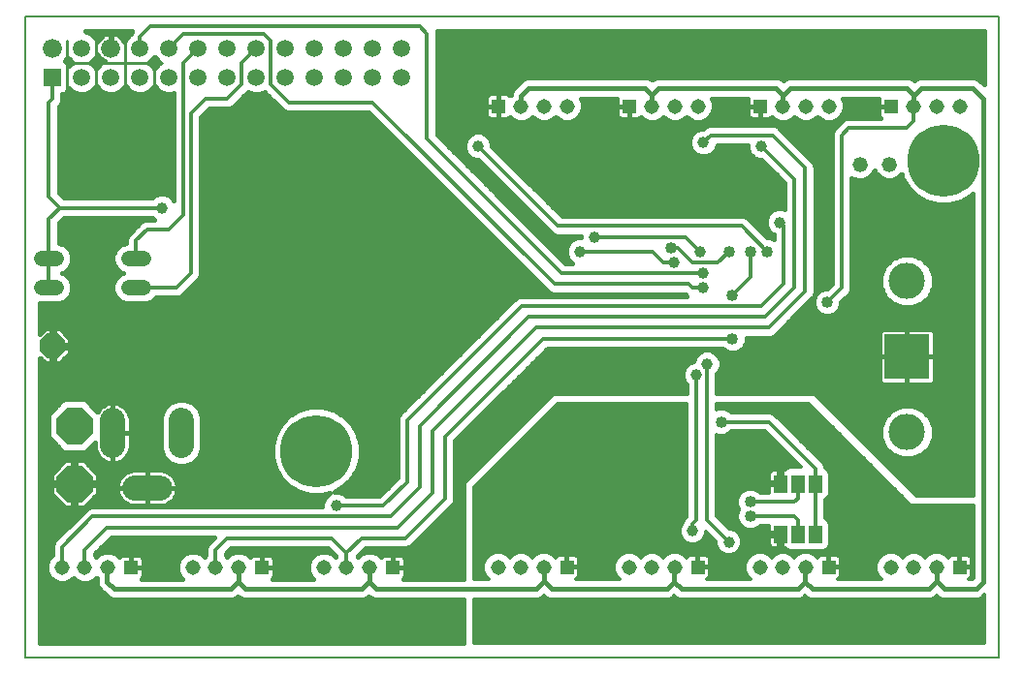
<source format=gbl>
G75*
G70*
%OFA0B0*%
%FSLAX24Y24*%
%IPPOS*%
%LPD*%
%AMOC8*
5,1,8,0,0,1.08239X$1,22.5*
%
%ADD10C,0.0050*%
%ADD11R,0.0594X0.0594*%
%ADD12C,0.0660*%
%ADD13C,0.0594*%
%ADD14C,0.0000*%
%ADD15C,0.0520*%
%ADD16R,0.1560X0.1560*%
%ADD17C,0.1250*%
%ADD18C,0.0860*%
%ADD19C,0.0520*%
%ADD20R,0.0515X0.0515*%
%ADD21C,0.0515*%
%ADD22OC8,0.0850*%
%ADD23OC8,0.1250*%
%ADD24R,0.0460X0.0630*%
%ADD25C,0.0100*%
%ADD26C,0.0160*%
%ADD27C,0.0396*%
%ADD28C,0.0120*%
%ADD29C,0.0400*%
%ADD30C,0.2480*%
D10*
X000157Y000401D02*
X000157Y022448D01*
X033622Y022448D01*
X033622Y000401D01*
X000157Y000401D01*
D11*
X001102Y020371D03*
D12*
X001102Y021371D03*
X003102Y021371D03*
D13*
X004102Y021371D03*
X005102Y021371D03*
X006102Y021371D03*
X007102Y021371D03*
X008102Y021371D03*
X009102Y021371D03*
X010102Y021371D03*
X011102Y021371D03*
X012102Y021371D03*
X013102Y021371D03*
X013102Y020371D03*
X012102Y020371D03*
X011102Y020371D03*
X010102Y020371D03*
X009102Y020371D03*
X008102Y020371D03*
X007102Y020371D03*
X006102Y020371D03*
X005102Y020371D03*
X004102Y020371D03*
X003102Y020371D03*
X002102Y020371D03*
X002102Y021371D03*
D14*
X009573Y007496D02*
X009575Y007544D01*
X009581Y007592D01*
X009591Y007639D01*
X009604Y007685D01*
X009622Y007730D01*
X009642Y007774D01*
X009667Y007816D01*
X009695Y007855D01*
X009725Y007892D01*
X009759Y007926D01*
X009796Y007958D01*
X009834Y007987D01*
X009875Y008012D01*
X009918Y008034D01*
X009963Y008052D01*
X010009Y008066D01*
X010056Y008077D01*
X010104Y008084D01*
X010152Y008087D01*
X010200Y008086D01*
X010248Y008081D01*
X010296Y008072D01*
X010342Y008060D01*
X010387Y008043D01*
X010431Y008023D01*
X010473Y008000D01*
X010513Y007973D01*
X010551Y007943D01*
X010586Y007910D01*
X010618Y007874D01*
X010648Y007836D01*
X010674Y007795D01*
X010696Y007752D01*
X010716Y007708D01*
X010731Y007663D01*
X010743Y007616D01*
X010751Y007568D01*
X010755Y007520D01*
X010755Y007472D01*
X010751Y007424D01*
X010743Y007376D01*
X010731Y007329D01*
X010716Y007284D01*
X010696Y007240D01*
X010674Y007197D01*
X010648Y007156D01*
X010618Y007118D01*
X010586Y007082D01*
X010551Y007049D01*
X010513Y007019D01*
X010473Y006992D01*
X010431Y006969D01*
X010387Y006949D01*
X010342Y006932D01*
X010296Y006920D01*
X010248Y006911D01*
X010200Y006906D01*
X010152Y006905D01*
X010104Y006908D01*
X010056Y006915D01*
X010009Y006926D01*
X009963Y006940D01*
X009918Y006958D01*
X009875Y006980D01*
X009834Y007005D01*
X009796Y007034D01*
X009759Y007066D01*
X009725Y007100D01*
X009695Y007137D01*
X009667Y007176D01*
X009642Y007218D01*
X009622Y007262D01*
X009604Y007307D01*
X009591Y007353D01*
X009581Y007400D01*
X009575Y007448D01*
X009573Y007496D01*
X031136Y017496D02*
X031138Y017544D01*
X031144Y017592D01*
X031154Y017639D01*
X031167Y017685D01*
X031185Y017730D01*
X031205Y017774D01*
X031230Y017816D01*
X031258Y017855D01*
X031288Y017892D01*
X031322Y017926D01*
X031359Y017958D01*
X031397Y017987D01*
X031438Y018012D01*
X031481Y018034D01*
X031526Y018052D01*
X031572Y018066D01*
X031619Y018077D01*
X031667Y018084D01*
X031715Y018087D01*
X031763Y018086D01*
X031811Y018081D01*
X031859Y018072D01*
X031905Y018060D01*
X031950Y018043D01*
X031994Y018023D01*
X032036Y018000D01*
X032076Y017973D01*
X032114Y017943D01*
X032149Y017910D01*
X032181Y017874D01*
X032211Y017836D01*
X032237Y017795D01*
X032259Y017752D01*
X032279Y017708D01*
X032294Y017663D01*
X032306Y017616D01*
X032314Y017568D01*
X032318Y017520D01*
X032318Y017472D01*
X032314Y017424D01*
X032306Y017376D01*
X032294Y017329D01*
X032279Y017284D01*
X032259Y017240D01*
X032237Y017197D01*
X032211Y017156D01*
X032181Y017118D01*
X032149Y017082D01*
X032114Y017049D01*
X032076Y017019D01*
X032036Y016992D01*
X031994Y016969D01*
X031950Y016949D01*
X031905Y016932D01*
X031859Y016920D01*
X031811Y016911D01*
X031763Y016906D01*
X031715Y016905D01*
X031667Y016908D01*
X031619Y016915D01*
X031572Y016926D01*
X031526Y016940D01*
X031481Y016958D01*
X031438Y016980D01*
X031397Y017005D01*
X031359Y017034D01*
X031322Y017066D01*
X031288Y017100D01*
X031258Y017137D01*
X031230Y017176D01*
X031205Y017218D01*
X031185Y017262D01*
X031167Y017307D01*
X031154Y017353D01*
X031144Y017400D01*
X031138Y017448D01*
X031136Y017496D01*
D15*
X029852Y017371D03*
X028852Y017371D03*
D16*
X030477Y010746D03*
D17*
X030477Y008146D03*
X030477Y013346D03*
D18*
X005533Y008551D02*
X005533Y007691D01*
X004782Y006232D02*
X003922Y006232D01*
X003171Y007691D02*
X003171Y008551D01*
D19*
X003717Y013121D02*
X004237Y013121D01*
X004237Y014121D02*
X003717Y014121D01*
X001237Y014121D02*
X000717Y014121D01*
X000717Y013121D02*
X001237Y013121D01*
D20*
X003783Y003496D03*
X008283Y003496D03*
X012783Y003496D03*
X018783Y003496D03*
X023283Y003496D03*
X027783Y003496D03*
X032283Y003496D03*
X029921Y019371D03*
X025421Y019371D03*
X020921Y019371D03*
X016421Y019371D03*
D21*
X017208Y019371D03*
X017996Y019371D03*
X018783Y019371D03*
X021708Y019371D03*
X022496Y019371D03*
X023283Y019371D03*
X026208Y019371D03*
X026996Y019371D03*
X027783Y019371D03*
X030708Y019371D03*
X031496Y019371D03*
X032283Y019371D03*
X031496Y003496D03*
X030708Y003496D03*
X029921Y003496D03*
X026996Y003496D03*
X026208Y003496D03*
X025421Y003496D03*
X022496Y003496D03*
X021708Y003496D03*
X020921Y003496D03*
X017996Y003496D03*
X017208Y003496D03*
X016421Y003496D03*
X011996Y003496D03*
X011208Y003496D03*
X010421Y003496D03*
X007496Y003496D03*
X006708Y003496D03*
X005921Y003496D03*
X002996Y003496D03*
X002208Y003496D03*
X001421Y003496D03*
D22*
X001102Y011121D03*
D23*
X001852Y008371D03*
X001852Y006371D03*
D24*
X026127Y006371D03*
X026727Y006371D03*
X027327Y006371D03*
X027327Y004621D03*
X026727Y004621D03*
X026127Y004621D03*
D25*
X004602Y019996D02*
X004602Y020871D01*
X002602Y020871D01*
X002602Y021621D01*
X002602Y020871D02*
X001602Y020871D01*
X001602Y021621D02*
X001602Y019996D01*
X002602Y019996D02*
X002602Y020871D01*
X003602Y021621D02*
X003602Y019996D01*
X004602Y020871D02*
X004852Y020871D01*
D26*
X004802Y020871D02*
X004775Y020860D01*
X004613Y020698D01*
X004602Y020672D01*
X004591Y020698D01*
X004429Y020860D01*
X004402Y020871D01*
X004429Y020882D01*
X004591Y021045D01*
X004602Y021071D01*
X004613Y021045D01*
X004775Y020882D01*
X004802Y020871D01*
X004733Y020818D02*
X004471Y020818D01*
X004523Y020976D02*
X004681Y020976D01*
X003775Y021860D02*
X003613Y021698D01*
X003566Y021584D01*
X003538Y021639D01*
X003491Y021704D01*
X003434Y021760D01*
X003369Y021808D01*
X003298Y021844D01*
X003221Y021869D01*
X003142Y021881D01*
X003120Y021881D01*
X003120Y021390D01*
X003084Y021390D01*
X003084Y021881D01*
X003062Y021881D01*
X002983Y021869D01*
X002906Y021844D01*
X002835Y021808D01*
X002770Y021760D01*
X002713Y021704D01*
X002666Y021639D01*
X002638Y021584D01*
X002591Y021698D01*
X002429Y021860D01*
X002229Y021943D01*
X003818Y021943D01*
X003814Y021939D01*
X003782Y021863D01*
X003775Y021860D01*
X003809Y021927D02*
X002267Y021927D01*
X002520Y021769D02*
X002781Y021769D01*
X002651Y021610D02*
X002627Y021610D01*
X002638Y021158D02*
X002666Y021104D01*
X002713Y021039D01*
X002770Y020982D01*
X002835Y020935D01*
X002889Y020908D01*
X002775Y020860D01*
X002613Y020698D01*
X002602Y020672D01*
X002591Y020698D01*
X002429Y020860D01*
X002402Y020871D01*
X002429Y020882D01*
X002591Y021045D01*
X002638Y021158D01*
X002628Y021135D02*
X002650Y021135D01*
X002523Y020976D02*
X002778Y020976D01*
X002733Y020818D02*
X002471Y020818D01*
X001802Y020871D02*
X001775Y020860D01*
X001667Y020752D01*
X001636Y020827D01*
X001557Y020906D01*
X001516Y020923D01*
X001619Y021026D01*
X001623Y021035D01*
X001775Y020882D01*
X001802Y020871D01*
X001733Y020818D02*
X001640Y020818D01*
X001681Y020976D02*
X001570Y020976D01*
X001667Y019991D02*
X001775Y019882D01*
X001987Y019795D01*
X002217Y019795D01*
X002429Y019882D01*
X002591Y020045D01*
X002602Y020071D01*
X002613Y020045D01*
X002775Y019882D01*
X002987Y019795D01*
X003217Y019795D01*
X003429Y019882D01*
X003591Y020045D01*
X003602Y020071D01*
X003613Y020045D01*
X003775Y019882D01*
X003987Y019795D01*
X004217Y019795D01*
X004429Y019882D01*
X004591Y020045D01*
X004602Y020071D01*
X004613Y020045D01*
X004775Y019882D01*
X004987Y019795D01*
X005217Y019795D01*
X005262Y019813D01*
X005262Y016131D01*
X005257Y016142D01*
X005123Y016277D01*
X004947Y016350D01*
X004757Y016350D01*
X004581Y016277D01*
X004516Y016211D01*
X001493Y016211D01*
X001317Y016387D01*
X001317Y019356D01*
X001390Y019429D01*
X001442Y019554D01*
X001442Y019795D01*
X001455Y019795D01*
X001557Y019837D01*
X001636Y019916D01*
X001667Y019991D01*
X001587Y019867D02*
X001812Y019867D01*
X001442Y019708D02*
X005262Y019708D01*
X005262Y019550D02*
X001440Y019550D01*
X001353Y019391D02*
X005262Y019391D01*
X005262Y019233D02*
X001317Y019233D01*
X001317Y019074D02*
X005262Y019074D01*
X005262Y018916D02*
X001317Y018916D01*
X001317Y018757D02*
X005262Y018757D01*
X005262Y018599D02*
X001317Y018599D01*
X001317Y018440D02*
X005262Y018440D01*
X005262Y018282D02*
X001317Y018282D01*
X001317Y018123D02*
X005262Y018123D01*
X005262Y017965D02*
X001317Y017965D01*
X001317Y017806D02*
X005262Y017806D01*
X005262Y017648D02*
X001317Y017648D01*
X001317Y017489D02*
X005262Y017489D01*
X005262Y017331D02*
X001317Y017331D01*
X001317Y017172D02*
X005262Y017172D01*
X005262Y017014D02*
X001317Y017014D01*
X001317Y016855D02*
X005262Y016855D01*
X005262Y016697D02*
X001317Y016697D01*
X001317Y016538D02*
X005262Y016538D01*
X005262Y016380D02*
X001324Y016380D01*
X001483Y016221D02*
X004526Y016221D01*
X005178Y016221D02*
X005262Y016221D01*
X006192Y016221D02*
X014896Y016221D01*
X015055Y016063D02*
X006192Y016063D01*
X006192Y015904D02*
X015213Y015904D01*
X015372Y015746D02*
X006192Y015746D01*
X006192Y015587D02*
X015530Y015587D01*
X015689Y015429D02*
X006192Y015429D01*
X006192Y015270D02*
X015847Y015270D01*
X016006Y015112D02*
X006192Y015112D01*
X006192Y014953D02*
X016164Y014953D01*
X016323Y014795D02*
X006192Y014795D01*
X006192Y014636D02*
X016481Y014636D01*
X016640Y014478D02*
X006192Y014478D01*
X006192Y014319D02*
X016798Y014319D01*
X016957Y014161D02*
X006192Y014161D01*
X006192Y014002D02*
X017115Y014002D01*
X017274Y013844D02*
X006192Y013844D01*
X006192Y013685D02*
X017432Y013685D01*
X017591Y013527D02*
X006181Y013527D01*
X006192Y013554D02*
X006192Y018981D01*
X006493Y019281D01*
X007170Y019281D01*
X007295Y019333D01*
X007390Y019429D01*
X007824Y019862D01*
X007987Y019795D01*
X008217Y019795D01*
X008380Y019862D01*
X008409Y019833D01*
X009034Y019208D01*
X009159Y019156D01*
X011961Y019156D01*
X018159Y012958D01*
X018284Y012906D01*
X022836Y012906D01*
X022906Y012836D01*
X017159Y012836D01*
X017034Y012785D01*
X016939Y012689D01*
X013001Y008752D01*
X012949Y008627D01*
X012949Y006575D01*
X012336Y005961D01*
X011188Y005961D01*
X011123Y006027D01*
X010947Y006100D01*
X010785Y006100D01*
X011098Y006280D01*
X011381Y006563D01*
X011581Y006910D01*
X011685Y007296D01*
X011685Y007697D01*
X011581Y008083D01*
X011381Y008430D01*
X011098Y008713D01*
X010751Y008913D01*
X010365Y009017D01*
X009964Y009017D01*
X009578Y008913D01*
X009231Y008713D01*
X008948Y008430D01*
X008748Y008083D01*
X008644Y007697D01*
X008644Y007296D01*
X008748Y006910D01*
X008948Y006563D01*
X009231Y006280D01*
X009578Y006080D01*
X009964Y005976D01*
X010365Y005976D01*
X010633Y006048D01*
X010581Y006027D01*
X010447Y005892D01*
X010374Y005717D01*
X010374Y005586D01*
X002409Y005586D01*
X002284Y005535D01*
X002189Y005439D01*
X001133Y004383D01*
X001081Y004258D01*
X001081Y003917D01*
X000965Y003801D01*
X000883Y003603D01*
X000883Y003390D01*
X000965Y003192D01*
X001116Y003041D01*
X001314Y002959D01*
X001528Y002959D01*
X001725Y003041D01*
X001815Y003130D01*
X001904Y003041D01*
X002101Y002959D01*
X002315Y002959D01*
X002513Y003041D01*
X002602Y003130D01*
X002617Y003115D01*
X002617Y002925D01*
X002672Y002793D01*
X003023Y002441D01*
X003155Y002386D01*
X007299Y002386D01*
X007431Y002441D01*
X007477Y002487D01*
X007523Y002441D01*
X007655Y002386D01*
X011799Y002386D01*
X011931Y002441D01*
X011977Y002487D01*
X012023Y002441D01*
X012155Y002386D01*
X015227Y002386D01*
X015227Y000906D01*
X000662Y000906D01*
X000662Y010706D01*
X000851Y010516D01*
X001052Y010516D01*
X001052Y011071D01*
X001152Y011071D01*
X001152Y010516D01*
X001353Y010516D01*
X001707Y010871D01*
X001707Y011071D01*
X001152Y011071D01*
X001152Y011171D01*
X001707Y011171D01*
X001707Y011372D01*
X001353Y011726D01*
X001152Y011726D01*
X001152Y011171D01*
X001052Y011171D01*
X001052Y011726D01*
X000851Y011726D01*
X000662Y011537D01*
X000662Y012581D01*
X001344Y012581D01*
X001543Y012664D01*
X001695Y012816D01*
X001777Y013014D01*
X001777Y013229D01*
X001695Y013427D01*
X001543Y013579D01*
X001441Y013621D01*
X001543Y013664D01*
X001695Y013816D01*
X001777Y014014D01*
X001777Y014229D01*
X001695Y014427D01*
X001543Y014579D01*
X001344Y014661D01*
X001317Y014661D01*
X001317Y015356D01*
X001493Y015531D01*
X004516Y015531D01*
X004581Y015466D01*
X004592Y015461D01*
X004284Y015461D01*
X004159Y015410D01*
X004064Y015314D01*
X003689Y014939D01*
X003637Y014814D01*
X003637Y014661D01*
X003610Y014661D01*
X003411Y014579D01*
X003259Y014427D01*
X003177Y014229D01*
X003177Y014014D01*
X003259Y013816D01*
X003411Y013664D01*
X003513Y013621D01*
X003411Y013579D01*
X003259Y013427D01*
X003177Y013229D01*
X003177Y013014D01*
X003259Y012816D01*
X003411Y012664D01*
X003610Y012581D01*
X004344Y012581D01*
X004543Y012664D01*
X004661Y012781D01*
X005420Y012781D01*
X005545Y012833D01*
X005640Y012929D01*
X006140Y013429D01*
X006192Y013554D01*
X006080Y013368D02*
X017749Y013368D01*
X017908Y013210D02*
X005921Y013210D01*
X005763Y013051D02*
X018066Y013051D01*
X016984Y012734D02*
X004614Y012734D01*
X005604Y012893D02*
X022850Y012893D01*
X024957Y011406D02*
X025795Y011406D01*
X025920Y011458D01*
X027170Y012708D01*
X027265Y012804D01*
X027317Y012929D01*
X027317Y017314D01*
X027265Y017439D01*
X026140Y018564D01*
X026045Y018660D01*
X025920Y018711D01*
X023659Y018711D01*
X023534Y018660D01*
X023474Y018600D01*
X023382Y018600D01*
X023206Y018527D01*
X023072Y018392D01*
X022999Y018217D01*
X022999Y018026D01*
X023072Y017851D01*
X023206Y017716D01*
X023382Y017643D01*
X023572Y017643D01*
X023748Y017716D01*
X023882Y017851D01*
X023955Y018026D01*
X023955Y018031D01*
X024999Y018031D01*
X024999Y017901D01*
X025072Y017726D01*
X025206Y017591D01*
X025382Y017518D01*
X025474Y017518D01*
X026262Y016731D01*
X026262Y015823D01*
X026197Y015850D01*
X026007Y015850D01*
X025831Y015777D01*
X025697Y015642D01*
X025624Y015467D01*
X025624Y015276D01*
X025697Y015101D01*
X025831Y014966D01*
X025887Y014943D01*
X025887Y014799D01*
X025760Y014851D01*
X025665Y014851D01*
X024982Y015535D01*
X024857Y015586D01*
X018618Y015586D01*
X016205Y017999D01*
X016205Y018092D01*
X016132Y018267D01*
X015998Y018402D01*
X015822Y018475D01*
X015632Y018475D01*
X015456Y018402D01*
X015322Y018267D01*
X015249Y018092D01*
X015249Y017901D01*
X015322Y017726D01*
X015456Y017591D01*
X015632Y017518D01*
X015724Y017518D01*
X018189Y015054D01*
X018284Y014958D01*
X018409Y014906D01*
X019249Y014906D01*
X019249Y014850D01*
X019132Y014850D01*
X018956Y014777D01*
X018822Y014642D01*
X018749Y014467D01*
X018749Y014276D01*
X018822Y014101D01*
X018956Y013966D01*
X018967Y013961D01*
X018743Y013961D01*
X014317Y018387D01*
X014317Y021939D01*
X014315Y021943D01*
X033117Y021943D01*
X033117Y020116D01*
X032931Y020302D01*
X032799Y020356D01*
X030905Y020356D01*
X030773Y020302D01*
X030727Y020256D01*
X030681Y020302D01*
X030549Y020356D01*
X026405Y020356D01*
X026273Y020302D01*
X026227Y020256D01*
X026181Y020302D01*
X026049Y020356D01*
X021868Y020356D01*
X021736Y020302D01*
X021708Y020274D01*
X021681Y020302D01*
X021549Y020356D01*
X017405Y020356D01*
X017273Y020302D01*
X017172Y020200D01*
X016903Y019932D01*
X016848Y019799D01*
X016848Y019772D01*
X016819Y019743D01*
X016789Y019773D01*
X016748Y019797D01*
X016702Y019809D01*
X016421Y019809D01*
X016421Y019371D01*
X016421Y018934D01*
X016702Y018934D01*
X016748Y018946D01*
X016789Y018970D01*
X016819Y019000D01*
X016904Y018916D01*
X017101Y018834D01*
X017315Y018834D01*
X017513Y018916D01*
X017691Y018916D01*
X017889Y018834D01*
X018103Y018834D01*
X018300Y018916D01*
X018389Y019005D01*
X018479Y018916D01*
X018676Y018834D01*
X018890Y018834D01*
X019088Y018916D01*
X021404Y018916D01*
X021601Y018834D01*
X021815Y018834D01*
X022013Y018916D01*
X022191Y018916D01*
X022389Y018834D01*
X022603Y018834D01*
X022800Y018916D01*
X022889Y019005D01*
X022979Y018916D01*
X023176Y018834D01*
X023390Y018834D01*
X023588Y018916D01*
X025904Y018916D01*
X026101Y018834D01*
X026315Y018834D01*
X026513Y018916D01*
X026691Y018916D01*
X026889Y018834D01*
X027103Y018834D01*
X027300Y018916D01*
X027389Y019005D01*
X027479Y018916D01*
X027676Y018834D01*
X027890Y018834D01*
X028088Y018916D01*
X028300Y018916D01*
X028284Y018910D02*
X028034Y018660D01*
X027939Y018564D01*
X027887Y018439D01*
X027887Y013262D01*
X027726Y013101D01*
X027631Y013101D01*
X027455Y013028D01*
X027320Y012893D01*
X027302Y012893D01*
X027320Y012893D02*
X027247Y012717D01*
X027247Y012526D01*
X027320Y012350D01*
X027455Y012215D01*
X027631Y012141D01*
X027822Y012141D01*
X027999Y012215D01*
X028134Y012350D01*
X028207Y012526D01*
X028207Y012621D01*
X028515Y012929D01*
X028567Y013054D01*
X028567Y016905D01*
X028745Y016831D01*
X028959Y016831D01*
X029158Y016914D01*
X029310Y017066D01*
X029352Y017167D01*
X029394Y017066D01*
X029546Y016914D01*
X029745Y016831D01*
X029959Y016831D01*
X030158Y016914D01*
X030277Y017033D01*
X030310Y016910D01*
X030511Y016563D01*
X030794Y016280D01*
X031140Y016080D01*
X031527Y015976D01*
X031927Y015976D01*
X032314Y016080D01*
X032660Y016280D01*
X032742Y016362D01*
X032742Y005996D01*
X030789Y005996D01*
X027289Y009496D01*
X023942Y009496D01*
X023942Y010160D01*
X024007Y010226D01*
X024080Y010401D01*
X024080Y010592D01*
X024007Y010767D01*
X023873Y010902D01*
X023697Y010975D01*
X023507Y010975D01*
X023331Y010902D01*
X023197Y010767D01*
X023126Y010597D01*
X022956Y010527D01*
X022822Y010392D01*
X022749Y010217D01*
X022749Y010026D01*
X022822Y009851D01*
X022887Y009785D01*
X022887Y009496D01*
X018289Y009496D01*
X015227Y006434D01*
X015227Y003106D01*
X013163Y003106D01*
X013185Y003128D01*
X013208Y003169D01*
X013221Y003215D01*
X013221Y003496D01*
X012783Y003496D01*
X012783Y003496D01*
X013221Y003496D01*
X013221Y003778D01*
X013208Y003823D01*
X013185Y003864D01*
X013151Y003898D01*
X013110Y003922D01*
X013064Y003934D01*
X012783Y003934D01*
X012502Y003934D01*
X012456Y003922D01*
X012415Y003898D01*
X012385Y003868D01*
X012300Y003952D01*
X012103Y004034D01*
X011889Y004034D01*
X011691Y003952D01*
X011602Y003863D01*
X011588Y003877D01*
X011868Y004156D01*
X013295Y004156D01*
X013420Y004208D01*
X014795Y005583D01*
X014890Y005679D01*
X014942Y005804D01*
X014942Y007856D01*
X018118Y011031D01*
X024138Y011031D01*
X024205Y010965D01*
X024381Y010891D01*
X024572Y010891D01*
X024749Y010965D01*
X024884Y011100D01*
X024957Y011276D01*
X024957Y011406D01*
X024957Y011308D02*
X029517Y011308D01*
X029517Y011466D02*
X025928Y011466D01*
X026086Y011625D02*
X029546Y011625D01*
X029553Y011637D02*
X029529Y011596D01*
X029517Y011550D01*
X029517Y010746D01*
X029517Y009943D01*
X029529Y009897D01*
X029553Y009856D01*
X029586Y009822D01*
X029627Y009799D01*
X029673Y009786D01*
X030477Y009786D01*
X031281Y009786D01*
X031326Y009799D01*
X031367Y009822D01*
X031401Y009856D01*
X031425Y009897D01*
X031437Y009943D01*
X031437Y010746D01*
X030477Y010746D01*
X030477Y009786D01*
X030477Y010746D01*
X030477Y010746D01*
X030477Y010746D01*
X029517Y010746D01*
X030477Y010746D01*
X030477Y010746D01*
X031437Y010746D01*
X031437Y011550D01*
X031425Y011596D01*
X031401Y011637D01*
X031367Y011670D01*
X031326Y011694D01*
X031281Y011706D01*
X030477Y011706D01*
X030477Y010746D01*
X030477Y010746D01*
X030477Y011706D01*
X029673Y011706D01*
X029627Y011694D01*
X029586Y011670D01*
X029553Y011637D01*
X029517Y011149D02*
X024905Y011149D01*
X024775Y010991D02*
X029517Y010991D01*
X029517Y010832D02*
X023942Y010832D01*
X024046Y010674D02*
X029517Y010674D01*
X029517Y010515D02*
X024080Y010515D01*
X024062Y010357D02*
X029517Y010357D01*
X029517Y010198D02*
X023980Y010198D01*
X023942Y010040D02*
X029517Y010040D01*
X029538Y009881D02*
X023942Y009881D01*
X023942Y009723D02*
X032742Y009723D01*
X032742Y009881D02*
X031416Y009881D01*
X031437Y010040D02*
X032742Y010040D01*
X032742Y010198D02*
X031437Y010198D01*
X031437Y010357D02*
X032742Y010357D01*
X032742Y010515D02*
X031437Y010515D01*
X031437Y010674D02*
X032742Y010674D01*
X032742Y010832D02*
X031437Y010832D01*
X031437Y010991D02*
X032742Y010991D01*
X032742Y011149D02*
X031437Y011149D01*
X031437Y011308D02*
X032742Y011308D01*
X032742Y011466D02*
X031437Y011466D01*
X031408Y011625D02*
X032742Y011625D01*
X032742Y011783D02*
X026245Y011783D01*
X026403Y011942D02*
X032742Y011942D01*
X032742Y012100D02*
X026562Y012100D01*
X026720Y012259D02*
X027411Y012259D01*
X027292Y012417D02*
X026879Y012417D01*
X027037Y012576D02*
X027247Y012576D01*
X027254Y012734D02*
X027196Y012734D01*
X027317Y013051D02*
X027511Y013051D01*
X027317Y013210D02*
X027835Y013210D01*
X027887Y013368D02*
X027317Y013368D01*
X027317Y013527D02*
X027887Y013527D01*
X027887Y013685D02*
X027317Y013685D01*
X027317Y013844D02*
X027887Y013844D01*
X027887Y014002D02*
X027317Y014002D01*
X027317Y014161D02*
X027887Y014161D01*
X027887Y014319D02*
X027317Y014319D01*
X027317Y014478D02*
X027887Y014478D01*
X027887Y014636D02*
X027317Y014636D01*
X027317Y014795D02*
X027887Y014795D01*
X027887Y014953D02*
X027317Y014953D01*
X027317Y015112D02*
X027887Y015112D01*
X027887Y015270D02*
X027317Y015270D01*
X027317Y015429D02*
X027887Y015429D01*
X027887Y015587D02*
X027317Y015587D01*
X027317Y015746D02*
X027887Y015746D01*
X027887Y015904D02*
X027317Y015904D01*
X027317Y016063D02*
X027887Y016063D01*
X027887Y016221D02*
X027317Y016221D01*
X027317Y016380D02*
X027887Y016380D01*
X027887Y016538D02*
X027317Y016538D01*
X027317Y016697D02*
X027887Y016697D01*
X027887Y016855D02*
X027317Y016855D01*
X027317Y017014D02*
X027887Y017014D01*
X027887Y017172D02*
X027317Y017172D01*
X027310Y017331D02*
X027887Y017331D01*
X027887Y017489D02*
X027215Y017489D01*
X027056Y017648D02*
X027887Y017648D01*
X027887Y017806D02*
X026898Y017806D01*
X026739Y017965D02*
X027887Y017965D01*
X027887Y018123D02*
X026581Y018123D01*
X026422Y018282D02*
X027887Y018282D01*
X027888Y018440D02*
X026264Y018440D01*
X026105Y018599D02*
X027974Y018599D01*
X028132Y018757D02*
X014317Y018757D01*
X014317Y018599D02*
X023380Y018599D01*
X023120Y018440D02*
X015904Y018440D01*
X016118Y018282D02*
X023026Y018282D01*
X022999Y018123D02*
X016192Y018123D01*
X016239Y017965D02*
X023024Y017965D01*
X023116Y017806D02*
X016398Y017806D01*
X016556Y017648D02*
X023371Y017648D01*
X023583Y017648D02*
X025149Y017648D01*
X025038Y017806D02*
X023838Y017806D01*
X023930Y017965D02*
X024999Y017965D01*
X025503Y017489D02*
X016715Y017489D01*
X016873Y017331D02*
X025662Y017331D01*
X025820Y017172D02*
X017032Y017172D01*
X017190Y017014D02*
X025979Y017014D01*
X026137Y016855D02*
X017349Y016855D01*
X017507Y016697D02*
X026262Y016697D01*
X026262Y016538D02*
X017666Y016538D01*
X017824Y016380D02*
X026262Y016380D01*
X026262Y016221D02*
X017983Y016221D01*
X018141Y016063D02*
X026262Y016063D01*
X026262Y015904D02*
X018300Y015904D01*
X018458Y015746D02*
X025800Y015746D01*
X025674Y015587D02*
X018617Y015587D01*
X018131Y015112D02*
X017592Y015112D01*
X017434Y015270D02*
X017972Y015270D01*
X017814Y015429D02*
X017275Y015429D01*
X017117Y015587D02*
X017655Y015587D01*
X017497Y015746D02*
X016958Y015746D01*
X016800Y015904D02*
X017338Y015904D01*
X017180Y016063D02*
X016641Y016063D01*
X016483Y016221D02*
X017021Y016221D01*
X016863Y016380D02*
X016324Y016380D01*
X016166Y016538D02*
X016704Y016538D01*
X016546Y016697D02*
X016007Y016697D01*
X015849Y016855D02*
X016387Y016855D01*
X016229Y017014D02*
X015690Y017014D01*
X015532Y017172D02*
X016070Y017172D01*
X015912Y017331D02*
X015373Y017331D01*
X015215Y017489D02*
X015753Y017489D01*
X015399Y017648D02*
X015056Y017648D01*
X014898Y017806D02*
X015288Y017806D01*
X015249Y017965D02*
X014739Y017965D01*
X014581Y018123D02*
X015262Y018123D01*
X015336Y018282D02*
X014422Y018282D01*
X014317Y018440D02*
X015550Y018440D01*
X016053Y018970D02*
X016094Y018946D01*
X016140Y018934D01*
X016421Y018934D01*
X016421Y019371D01*
X016421Y019371D01*
X015983Y019371D01*
X015983Y019090D01*
X015996Y019044D01*
X016019Y019003D01*
X016053Y018970D01*
X015988Y019074D02*
X014317Y019074D01*
X014317Y018916D02*
X016904Y018916D01*
X017513Y018916D02*
X017602Y019005D01*
X017691Y018916D01*
X018300Y018916D02*
X018478Y018916D01*
X019088Y018916D02*
X019239Y019067D01*
X019321Y019265D01*
X019321Y019478D01*
X019255Y019636D01*
X020483Y019636D01*
X020483Y019371D01*
X020483Y019090D01*
X020496Y019044D01*
X020519Y019003D01*
X020553Y018970D01*
X020594Y018946D01*
X020640Y018934D01*
X020921Y018934D01*
X021202Y018934D01*
X021248Y018946D01*
X021289Y018970D01*
X021319Y019000D01*
X021404Y018916D01*
X020921Y018934D02*
X020921Y019371D01*
X020921Y019371D01*
X020921Y018934D01*
X020921Y019074D02*
X020921Y019074D01*
X020921Y019233D02*
X020921Y019233D01*
X020921Y019371D02*
X020483Y019371D01*
X020921Y019371D01*
X020921Y019371D01*
X020483Y019391D02*
X019321Y019391D01*
X019307Y019233D02*
X020483Y019233D01*
X020488Y019074D02*
X019242Y019074D01*
X019291Y019550D02*
X020483Y019550D01*
X021477Y019996D02*
X021708Y019765D01*
X021940Y019996D01*
X025977Y019996D01*
X026208Y019765D01*
X026208Y019728D01*
X026477Y019996D01*
X030477Y019996D01*
X030708Y019765D01*
X030708Y019371D01*
X030708Y019728D01*
X030977Y019996D01*
X032727Y019996D01*
X033102Y019621D01*
X033102Y002996D01*
X032852Y002746D01*
X031764Y002746D01*
X031496Y003015D01*
X031227Y002746D01*
X027227Y002746D01*
X026977Y002996D01*
X026727Y002746D01*
X022727Y002746D01*
X022477Y002996D01*
X022227Y002746D01*
X018264Y002746D01*
X017996Y003015D01*
X017727Y002746D01*
X012227Y002746D01*
X011996Y002978D01*
X011996Y003496D01*
X011996Y003015D01*
X011727Y002746D01*
X007727Y002746D01*
X007496Y002978D01*
X007496Y003496D01*
X007496Y003015D01*
X007227Y002746D01*
X003227Y002746D01*
X002977Y002996D01*
X002977Y003621D01*
X002996Y003496D01*
X002602Y003863D02*
X002548Y003917D01*
X002548Y003962D01*
X003118Y004531D01*
X006656Y004531D01*
X006420Y004295D01*
X006368Y004170D01*
X006368Y003917D01*
X006315Y003863D01*
X006225Y003952D01*
X006028Y004034D01*
X005814Y004034D01*
X005616Y003952D01*
X005465Y003801D01*
X005383Y003603D01*
X005383Y003390D01*
X005465Y003192D01*
X005551Y003106D01*
X004163Y003106D01*
X004185Y003128D01*
X004208Y003169D01*
X004221Y003215D01*
X004221Y003496D01*
X003783Y003496D01*
X003783Y003496D01*
X004221Y003496D01*
X004221Y003778D01*
X004208Y003823D01*
X004185Y003864D01*
X004151Y003898D01*
X004110Y003922D01*
X004064Y003934D01*
X003783Y003934D01*
X003502Y003934D01*
X003456Y003922D01*
X003415Y003898D01*
X003385Y003868D01*
X003300Y003952D01*
X003103Y004034D01*
X002889Y004034D01*
X002691Y003952D01*
X002602Y003863D01*
X002603Y004017D02*
X002848Y004017D01*
X002762Y004175D02*
X006370Y004175D01*
X006368Y004017D02*
X006069Y004017D01*
X005773Y004017D02*
X003144Y004017D01*
X002920Y004334D02*
X006459Y004334D01*
X006617Y004492D02*
X003079Y004492D01*
X003783Y003934D02*
X003783Y003496D01*
X003783Y003496D01*
X003783Y003934D01*
X003783Y003858D02*
X003783Y003858D01*
X003783Y003700D02*
X003783Y003700D01*
X003783Y003541D02*
X003783Y003541D01*
X004221Y003541D02*
X005383Y003541D01*
X005386Y003383D02*
X004221Y003383D01*
X004221Y003224D02*
X005452Y003224D01*
X005423Y003700D02*
X004221Y003700D01*
X004188Y003858D02*
X005523Y003858D01*
X007048Y003917D02*
X007048Y003962D01*
X007243Y004156D01*
X010549Y004156D01*
X010828Y003877D01*
X010815Y003863D01*
X010725Y003952D01*
X010528Y004034D01*
X010314Y004034D01*
X010116Y003952D01*
X009965Y003801D01*
X009883Y003603D01*
X009883Y003390D01*
X009965Y003192D01*
X010051Y003106D01*
X008663Y003106D01*
X008685Y003128D01*
X008708Y003169D01*
X008721Y003215D01*
X008721Y003496D01*
X008283Y003496D01*
X008283Y003496D01*
X008721Y003496D01*
X008721Y003778D01*
X008708Y003823D01*
X008685Y003864D01*
X008651Y003898D01*
X008610Y003922D01*
X008564Y003934D01*
X008283Y003934D01*
X008002Y003934D01*
X007956Y003922D01*
X007915Y003898D01*
X007885Y003868D01*
X007800Y003952D01*
X007603Y004034D01*
X007389Y004034D01*
X007191Y003952D01*
X007102Y003863D01*
X007048Y003917D01*
X007103Y004017D02*
X007348Y004017D01*
X007644Y004017D02*
X010273Y004017D01*
X010569Y004017D02*
X010688Y004017D01*
X010023Y003858D02*
X008688Y003858D01*
X008721Y003700D02*
X009923Y003700D01*
X009883Y003541D02*
X008721Y003541D01*
X008721Y003383D02*
X009886Y003383D01*
X009952Y003224D02*
X008721Y003224D01*
X008283Y003496D02*
X008283Y003496D01*
X008283Y003934D01*
X008283Y003496D01*
X008283Y003541D02*
X008283Y003541D01*
X008283Y003700D02*
X008283Y003700D01*
X008283Y003858D02*
X008283Y003858D01*
X007546Y002432D02*
X007408Y002432D01*
X003046Y002432D02*
X000662Y002432D01*
X000662Y002590D02*
X002874Y002590D01*
X002715Y002749D02*
X000662Y002749D01*
X000662Y002907D02*
X002624Y002907D01*
X002617Y003066D02*
X002538Y003066D01*
X001879Y003066D02*
X001750Y003066D01*
X001091Y003066D02*
X000662Y003066D01*
X000662Y003224D02*
X000952Y003224D01*
X000886Y003383D02*
X000662Y003383D01*
X000662Y003541D02*
X000883Y003541D01*
X000923Y003700D02*
X000662Y003700D01*
X000662Y003858D02*
X001023Y003858D01*
X001081Y004017D02*
X000662Y004017D01*
X000662Y004175D02*
X001081Y004175D01*
X001112Y004334D02*
X000662Y004334D01*
X000662Y004492D02*
X001242Y004492D01*
X001401Y004651D02*
X000662Y004651D01*
X000662Y004809D02*
X001559Y004809D01*
X001718Y004968D02*
X000662Y004968D01*
X000662Y005126D02*
X001876Y005126D01*
X002035Y005285D02*
X000662Y005285D01*
X000662Y005443D02*
X002193Y005443D01*
X002185Y005566D02*
X001902Y005566D01*
X001902Y006321D01*
X001802Y006321D01*
X001802Y005566D01*
X001519Y005566D01*
X001047Y006038D01*
X001047Y006321D01*
X001802Y006321D01*
X001802Y006421D01*
X001047Y006421D01*
X001047Y006705D01*
X001519Y007176D01*
X001802Y007176D01*
X001802Y006421D01*
X001902Y006421D01*
X002657Y006421D01*
X002657Y006705D01*
X002185Y007176D01*
X001902Y007176D01*
X001902Y006421D01*
X001902Y006321D01*
X002657Y006321D01*
X002657Y006038D01*
X002185Y005566D01*
X002221Y005602D02*
X010374Y005602D01*
X010392Y005760D02*
X005171Y005760D01*
X005179Y005766D02*
X005247Y005834D01*
X005304Y005912D01*
X005347Y005998D01*
X005377Y006089D01*
X005392Y006184D01*
X005392Y006232D01*
X005392Y006280D01*
X005377Y006375D01*
X005347Y006466D01*
X005304Y006551D01*
X005247Y006629D01*
X005179Y006697D01*
X005102Y006753D01*
X005016Y006797D01*
X004925Y006827D01*
X004830Y006842D01*
X004352Y006842D01*
X004352Y006232D01*
X004352Y006232D01*
X004352Y006842D01*
X003874Y006842D01*
X003779Y006827D01*
X003688Y006797D01*
X003602Y006753D01*
X003525Y006697D01*
X003457Y006629D01*
X003400Y006551D01*
X003357Y006466D01*
X003327Y006375D01*
X003312Y006280D01*
X003312Y006232D01*
X004352Y006232D01*
X005392Y006232D01*
X004352Y006232D01*
X004352Y006232D01*
X004352Y006232D01*
X003312Y006232D01*
X003312Y006184D01*
X003327Y006089D01*
X003357Y005998D01*
X003400Y005912D01*
X003457Y005834D01*
X003525Y005766D01*
X003602Y005710D01*
X003688Y005666D01*
X003779Y005637D01*
X003874Y005622D01*
X004352Y005622D01*
X004830Y005622D01*
X004925Y005637D01*
X005016Y005666D01*
X005102Y005710D01*
X005179Y005766D01*
X005307Y005919D02*
X010473Y005919D01*
X011000Y006077D02*
X012452Y006077D01*
X012611Y006236D02*
X011022Y006236D01*
X011212Y006394D02*
X012769Y006394D01*
X012928Y006553D02*
X011371Y006553D01*
X011467Y006711D02*
X012949Y006711D01*
X012949Y006870D02*
X011558Y006870D01*
X011613Y007028D02*
X012949Y007028D01*
X012949Y007187D02*
X011655Y007187D01*
X011685Y007345D02*
X012949Y007345D01*
X012949Y007504D02*
X011685Y007504D01*
X011685Y007662D02*
X012949Y007662D01*
X012949Y007821D02*
X011651Y007821D01*
X011609Y007979D02*
X012949Y007979D01*
X012949Y008138D02*
X011549Y008138D01*
X011458Y008296D02*
X012949Y008296D01*
X012949Y008455D02*
X011356Y008455D01*
X011197Y008613D02*
X012949Y008613D01*
X013022Y008772D02*
X010996Y008772D01*
X010686Y008930D02*
X013180Y008930D01*
X013339Y009089D02*
X006000Y009089D01*
X005935Y009153D02*
X005674Y009261D01*
X005392Y009261D01*
X005131Y009153D01*
X004931Y008954D01*
X004823Y008693D01*
X004823Y007550D01*
X004931Y007289D01*
X005131Y007090D01*
X005392Y006981D01*
X005674Y006981D01*
X005935Y007090D01*
X006135Y007289D01*
X006243Y007550D01*
X006243Y008693D01*
X006135Y008954D01*
X005935Y009153D01*
X005708Y009247D02*
X013497Y009247D01*
X013656Y009406D02*
X000662Y009406D01*
X000662Y009564D02*
X013814Y009564D01*
X013973Y009723D02*
X000662Y009723D01*
X000662Y009881D02*
X014131Y009881D01*
X014290Y010040D02*
X000662Y010040D01*
X000662Y010198D02*
X014448Y010198D01*
X014607Y010357D02*
X000662Y010357D01*
X000662Y010515D02*
X014765Y010515D01*
X014924Y010674D02*
X001510Y010674D01*
X001669Y010832D02*
X015082Y010832D01*
X015241Y010991D02*
X001707Y010991D01*
X001707Y011308D02*
X015558Y011308D01*
X015716Y011466D02*
X001613Y011466D01*
X001454Y011625D02*
X015875Y011625D01*
X016033Y011783D02*
X000662Y011783D01*
X000662Y011625D02*
X000750Y011625D01*
X001052Y011625D02*
X001152Y011625D01*
X001152Y011466D02*
X001052Y011466D01*
X001052Y011308D02*
X001152Y011308D01*
X001152Y011149D02*
X015399Y011149D01*
X016192Y011942D02*
X000662Y011942D01*
X000662Y012100D02*
X016350Y012100D01*
X016509Y012259D02*
X000662Y012259D01*
X000662Y012417D02*
X016667Y012417D01*
X016826Y012576D02*
X000662Y012576D01*
X001614Y012734D02*
X003340Y012734D01*
X003227Y012893D02*
X001727Y012893D01*
X001777Y013051D02*
X003177Y013051D01*
X003177Y013210D02*
X001777Y013210D01*
X001719Y013368D02*
X003235Y013368D01*
X003359Y013527D02*
X001595Y013527D01*
X001565Y013685D02*
X003389Y013685D01*
X003247Y013844D02*
X001707Y013844D01*
X001772Y014002D02*
X003182Y014002D01*
X003177Y014161D02*
X001777Y014161D01*
X001739Y014319D02*
X003215Y014319D01*
X003310Y014478D02*
X001644Y014478D01*
X001405Y014636D02*
X003549Y014636D01*
X003637Y014795D02*
X001317Y014795D01*
X001317Y014953D02*
X003703Y014953D01*
X003862Y015112D02*
X001317Y015112D01*
X001317Y015270D02*
X004020Y015270D01*
X004064Y015314D02*
X004064Y015314D01*
X004206Y015429D02*
X001390Y015429D01*
X006192Y016380D02*
X014738Y016380D01*
X014579Y016538D02*
X006192Y016538D01*
X006192Y016697D02*
X014421Y016697D01*
X014262Y016855D02*
X006192Y016855D01*
X006192Y017014D02*
X014104Y017014D01*
X013945Y017172D02*
X006192Y017172D01*
X006192Y017331D02*
X013787Y017331D01*
X013628Y017489D02*
X006192Y017489D01*
X006192Y017648D02*
X013470Y017648D01*
X013311Y017806D02*
X006192Y017806D01*
X006192Y017965D02*
X013153Y017965D01*
X012994Y018123D02*
X006192Y018123D01*
X006192Y018282D02*
X012836Y018282D01*
X012677Y018440D02*
X006192Y018440D01*
X006192Y018599D02*
X012519Y018599D01*
X012360Y018757D02*
X006192Y018757D01*
X006192Y018916D02*
X012202Y018916D01*
X012043Y019074D02*
X006286Y019074D01*
X006444Y019233D02*
X009010Y019233D01*
X008851Y019391D02*
X007353Y019391D01*
X007511Y019550D02*
X008693Y019550D01*
X008534Y019708D02*
X007670Y019708D01*
X004812Y019867D02*
X004391Y019867D01*
X004572Y020025D02*
X004632Y020025D01*
X003812Y019867D02*
X003391Y019867D01*
X003572Y020025D02*
X003632Y020025D01*
X002812Y019867D02*
X002391Y019867D01*
X002572Y020025D02*
X002632Y020025D01*
X003084Y021452D02*
X003120Y021452D01*
X003120Y021610D02*
X003084Y021610D01*
X003084Y021769D02*
X003120Y021769D01*
X003422Y021769D02*
X003684Y021769D01*
X003577Y021610D02*
X003553Y021610D01*
X014317Y021610D02*
X033117Y021610D01*
X033117Y021452D02*
X014317Y021452D01*
X014317Y021293D02*
X033117Y021293D01*
X033117Y021135D02*
X014317Y021135D01*
X014317Y020976D02*
X033117Y020976D01*
X033117Y020818D02*
X014317Y020818D01*
X014317Y020659D02*
X033117Y020659D01*
X033117Y020501D02*
X014317Y020501D01*
X014317Y020342D02*
X017372Y020342D01*
X017155Y020184D02*
X014317Y020184D01*
X014317Y020025D02*
X016997Y020025D01*
X016876Y019867D02*
X014317Y019867D01*
X014317Y019708D02*
X016001Y019708D01*
X015996Y019698D02*
X015983Y019653D01*
X015983Y019371D01*
X016421Y019371D01*
X016421Y019371D01*
X016421Y019371D01*
X016421Y019809D01*
X016140Y019809D01*
X016094Y019797D01*
X016053Y019773D01*
X016019Y019739D01*
X015996Y019698D01*
X015983Y019550D02*
X014317Y019550D01*
X014317Y019391D02*
X015983Y019391D01*
X015983Y019233D02*
X014317Y019233D01*
X016421Y019233D02*
X016421Y019233D01*
X016421Y019391D02*
X016421Y019391D01*
X016421Y019550D02*
X016421Y019550D01*
X016421Y019708D02*
X016421Y019708D01*
X017208Y019728D02*
X017208Y019371D01*
X017208Y019728D02*
X017477Y019996D01*
X021477Y019996D01*
X021708Y019765D02*
X021708Y019371D01*
X022102Y019005D02*
X022191Y018916D01*
X022102Y019005D02*
X022013Y018916D01*
X022800Y018916D02*
X022978Y018916D01*
X023588Y018916D02*
X023739Y019067D01*
X023821Y019265D01*
X023821Y019478D01*
X023755Y019636D01*
X024983Y019636D01*
X024983Y019371D01*
X024983Y019090D01*
X024996Y019044D01*
X025019Y019003D01*
X025053Y018970D01*
X025094Y018946D01*
X025140Y018934D01*
X025421Y018934D01*
X025702Y018934D01*
X025748Y018946D01*
X025789Y018970D01*
X025819Y019000D01*
X025904Y018916D01*
X025421Y018934D02*
X025421Y019371D01*
X025421Y019371D01*
X025421Y018934D01*
X025421Y019074D02*
X025421Y019074D01*
X025421Y019233D02*
X025421Y019233D01*
X025421Y019371D02*
X024983Y019371D01*
X025421Y019371D01*
X025421Y019371D01*
X024983Y019391D02*
X023821Y019391D01*
X023807Y019233D02*
X024983Y019233D01*
X024988Y019074D02*
X023742Y019074D01*
X023791Y019550D02*
X024983Y019550D01*
X026208Y019728D02*
X026208Y019371D01*
X026602Y019005D02*
X026691Y018916D01*
X026602Y019005D02*
X026513Y018916D01*
X027300Y018916D02*
X027478Y018916D01*
X028088Y018916D02*
X028239Y019067D01*
X028321Y019265D01*
X028321Y019478D01*
X028255Y019636D01*
X029483Y019636D01*
X029483Y019371D01*
X029483Y019090D01*
X029496Y019044D01*
X029519Y019003D01*
X029553Y018970D01*
X029568Y018961D01*
X028409Y018961D01*
X028284Y018910D01*
X028242Y019074D02*
X029488Y019074D01*
X029483Y019233D02*
X028307Y019233D01*
X028321Y019391D02*
X029483Y019391D01*
X029483Y019371D02*
X029921Y019371D01*
X029483Y019371D01*
X029483Y019550D02*
X028291Y019550D01*
X029921Y019371D02*
X029921Y019371D01*
X030582Y020342D02*
X030872Y020342D01*
X032832Y020342D02*
X033117Y020342D01*
X033117Y020184D02*
X033049Y020184D01*
X033117Y021769D02*
X014317Y021769D01*
X014317Y021927D02*
X033117Y021927D01*
X026372Y020342D02*
X026082Y020342D01*
X021834Y020342D02*
X021582Y020342D01*
X016421Y019074D02*
X016421Y019074D01*
X017751Y014953D02*
X018296Y014953D01*
X018068Y014636D02*
X018819Y014636D01*
X018754Y014478D02*
X018226Y014478D01*
X018385Y014319D02*
X018749Y014319D01*
X018797Y014161D02*
X018543Y014161D01*
X018702Y014002D02*
X018920Y014002D01*
X019000Y014795D02*
X017909Y014795D01*
X016939Y012689D02*
X016939Y012689D01*
X018077Y010991D02*
X024179Y010991D01*
X023262Y010832D02*
X017919Y010832D01*
X017760Y010674D02*
X023158Y010674D01*
X022945Y010515D02*
X017602Y010515D01*
X017443Y010357D02*
X022807Y010357D01*
X022749Y010198D02*
X017285Y010198D01*
X017126Y010040D02*
X022749Y010040D01*
X022809Y009881D02*
X016968Y009881D01*
X016809Y009723D02*
X022887Y009723D01*
X022887Y009564D02*
X016651Y009564D01*
X016492Y009406D02*
X018199Y009406D01*
X018040Y009247D02*
X016334Y009247D01*
X016175Y009089D02*
X017882Y009089D01*
X017723Y008930D02*
X016017Y008930D01*
X015858Y008772D02*
X017565Y008772D01*
X017406Y008613D02*
X015700Y008613D01*
X015541Y008455D02*
X017248Y008455D01*
X017089Y008296D02*
X015383Y008296D01*
X015224Y008138D02*
X016931Y008138D01*
X016772Y007979D02*
X015066Y007979D01*
X014942Y007821D02*
X016614Y007821D01*
X016455Y007662D02*
X014942Y007662D01*
X014942Y007504D02*
X016297Y007504D01*
X016138Y007345D02*
X014942Y007345D01*
X014942Y007187D02*
X015980Y007187D01*
X015821Y007028D02*
X014942Y007028D01*
X014942Y006870D02*
X015663Y006870D01*
X015504Y006711D02*
X014942Y006711D01*
X014942Y006553D02*
X015346Y006553D01*
X015227Y006394D02*
X014942Y006394D01*
X014942Y006236D02*
X015227Y006236D01*
X015227Y006077D02*
X014942Y006077D01*
X014942Y005919D02*
X015227Y005919D01*
X015227Y005760D02*
X014924Y005760D01*
X014813Y005602D02*
X015227Y005602D01*
X015227Y005443D02*
X014655Y005443D01*
X014496Y005285D02*
X015227Y005285D01*
X015227Y005126D02*
X014338Y005126D01*
X014179Y004968D02*
X015227Y004968D01*
X015227Y004809D02*
X014021Y004809D01*
X013862Y004651D02*
X015227Y004651D01*
X015227Y004492D02*
X013704Y004492D01*
X013545Y004334D02*
X015227Y004334D01*
X015227Y004175D02*
X013340Y004175D01*
X013188Y003858D02*
X015227Y003858D01*
X015227Y003700D02*
X013221Y003700D01*
X013221Y003541D02*
X015227Y003541D01*
X015227Y003383D02*
X013221Y003383D01*
X013221Y003224D02*
X015227Y003224D01*
X015227Y004017D02*
X012144Y004017D01*
X011848Y004017D02*
X011728Y004017D01*
X012783Y003934D02*
X012783Y003496D01*
X012783Y003496D01*
X012783Y003934D01*
X012783Y003858D02*
X012783Y003858D01*
X012783Y003700D02*
X012783Y003700D01*
X012783Y003541D02*
X012783Y003541D01*
X012046Y002432D02*
X011908Y002432D01*
X015227Y002273D02*
X000662Y002273D01*
X000662Y002115D02*
X015227Y002115D01*
X015227Y001956D02*
X000662Y001956D01*
X000662Y001798D02*
X015227Y001798D01*
X015227Y001639D02*
X000662Y001639D01*
X000662Y001481D02*
X015227Y001481D01*
X015227Y001322D02*
X000662Y001322D01*
X000662Y001164D02*
X015227Y001164D01*
X015227Y001005D02*
X000662Y001005D01*
X000662Y005602D02*
X001483Y005602D01*
X001325Y005760D02*
X000662Y005760D01*
X000662Y005919D02*
X001166Y005919D01*
X001047Y006077D02*
X000662Y006077D01*
X000662Y006236D02*
X001047Y006236D01*
X001047Y006553D02*
X000662Y006553D01*
X000662Y006711D02*
X001054Y006711D01*
X001212Y006870D02*
X000662Y006870D01*
X000662Y007028D02*
X001371Y007028D01*
X001802Y007028D02*
X001902Y007028D01*
X001902Y006870D02*
X001802Y006870D01*
X001802Y006711D02*
X001902Y006711D01*
X001902Y006553D02*
X001802Y006553D01*
X001802Y006394D02*
X000662Y006394D01*
X000662Y007187D02*
X002827Y007187D01*
X002851Y007170D02*
X002937Y007126D01*
X003028Y007096D01*
X003123Y007081D01*
X003171Y007081D01*
X003219Y007081D01*
X003314Y007096D01*
X003405Y007126D01*
X003491Y007170D01*
X003568Y007226D01*
X003636Y007294D01*
X003693Y007372D01*
X003736Y007457D01*
X003766Y007549D01*
X003781Y007643D01*
X003781Y008121D01*
X003171Y008121D01*
X003171Y007081D01*
X003171Y008121D01*
X003171Y008121D01*
X003171Y008121D01*
X003781Y008121D01*
X003781Y008599D01*
X003766Y008694D01*
X003736Y008786D01*
X003693Y008871D01*
X003636Y008949D01*
X003568Y009017D01*
X003491Y009073D01*
X003405Y009117D01*
X003314Y009146D01*
X003219Y009161D01*
X003171Y009161D01*
X003171Y008121D01*
X003171Y008121D01*
X003171Y009161D01*
X003123Y009161D01*
X003028Y009146D01*
X002937Y009117D01*
X002851Y009073D01*
X002773Y009017D01*
X002706Y008949D01*
X002649Y008871D01*
X002643Y008860D01*
X002227Y009276D01*
X001477Y009276D01*
X000947Y008746D01*
X000947Y007997D01*
X001477Y007466D01*
X002227Y007466D01*
X002561Y007800D01*
X002561Y007643D01*
X002576Y007549D01*
X002606Y007457D01*
X002649Y007372D01*
X002706Y007294D01*
X002773Y007226D01*
X002851Y007170D01*
X002668Y007345D02*
X000662Y007345D01*
X000662Y007504D02*
X001440Y007504D01*
X001281Y007662D02*
X000662Y007662D01*
X000662Y007821D02*
X001123Y007821D01*
X000964Y007979D02*
X000662Y007979D01*
X000662Y008138D02*
X000947Y008138D01*
X000947Y008296D02*
X000662Y008296D01*
X000662Y008455D02*
X000947Y008455D01*
X000947Y008613D02*
X000662Y008613D01*
X000662Y008772D02*
X000973Y008772D01*
X001131Y008930D02*
X000662Y008930D01*
X000662Y009089D02*
X001290Y009089D01*
X001448Y009247D02*
X000662Y009247D01*
X002256Y009247D02*
X005358Y009247D01*
X005066Y009089D02*
X003460Y009089D01*
X003649Y008930D02*
X004922Y008930D01*
X004856Y008772D02*
X003741Y008772D01*
X003779Y008613D02*
X004823Y008613D01*
X004823Y008455D02*
X003781Y008455D01*
X003781Y008296D02*
X004823Y008296D01*
X004823Y008138D02*
X003781Y008138D01*
X003781Y007979D02*
X004823Y007979D01*
X004823Y007821D02*
X003781Y007821D01*
X003781Y007662D02*
X004823Y007662D01*
X004842Y007504D02*
X003751Y007504D01*
X003673Y007345D02*
X004908Y007345D01*
X005033Y007187D02*
X003514Y007187D01*
X003171Y007187D02*
X003171Y007187D01*
X003171Y007345D02*
X003171Y007345D01*
X003171Y007504D02*
X003171Y007504D01*
X003171Y007662D02*
X003171Y007662D01*
X003171Y007821D02*
X003171Y007821D01*
X003171Y007979D02*
X003171Y007979D01*
X003171Y008138D02*
X003171Y008138D01*
X003171Y008296D02*
X003171Y008296D01*
X003171Y008455D02*
X003171Y008455D01*
X003171Y008613D02*
X003171Y008613D01*
X003171Y008772D02*
X003171Y008772D01*
X003171Y008930D02*
X003171Y008930D01*
X003171Y009089D02*
X003171Y009089D01*
X002882Y009089D02*
X002414Y009089D01*
X002573Y008930D02*
X002692Y008930D01*
X002561Y007662D02*
X002423Y007662D01*
X002264Y007504D02*
X002590Y007504D01*
X002333Y007028D02*
X005278Y007028D01*
X005159Y006711D02*
X008862Y006711D01*
X008771Y006870D02*
X002492Y006870D01*
X002650Y006711D02*
X003545Y006711D01*
X003401Y006553D02*
X002657Y006553D01*
X002657Y006236D02*
X003312Y006236D01*
X003331Y006077D02*
X002657Y006077D01*
X002538Y005919D02*
X003397Y005919D01*
X003533Y005760D02*
X002379Y005760D01*
X001902Y005760D02*
X001802Y005760D01*
X001802Y005602D02*
X001902Y005602D01*
X001902Y005919D02*
X001802Y005919D01*
X001802Y006077D02*
X001902Y006077D01*
X001902Y006236D02*
X001802Y006236D01*
X001902Y006394D02*
X003333Y006394D01*
X004352Y006394D02*
X004352Y006394D01*
X004352Y006236D02*
X004352Y006236D01*
X004352Y006232D02*
X004352Y005622D01*
X004352Y006232D01*
X004352Y006232D01*
X004352Y006077D02*
X004352Y006077D01*
X004352Y005919D02*
X004352Y005919D01*
X004352Y005760D02*
X004352Y005760D01*
X004352Y006553D02*
X004352Y006553D01*
X004352Y006711D02*
X004352Y006711D01*
X005303Y006553D02*
X008958Y006553D01*
X009117Y006394D02*
X005370Y006394D01*
X005392Y006236D02*
X009307Y006236D01*
X009587Y006077D02*
X005373Y006077D01*
X005788Y007028D02*
X008716Y007028D01*
X008674Y007187D02*
X006033Y007187D01*
X006158Y007345D02*
X008644Y007345D01*
X008644Y007504D02*
X006224Y007504D01*
X006243Y007662D02*
X008644Y007662D01*
X008678Y007821D02*
X006243Y007821D01*
X006243Y007979D02*
X008720Y007979D01*
X008780Y008138D02*
X006243Y008138D01*
X006243Y008296D02*
X008871Y008296D01*
X008973Y008455D02*
X006243Y008455D01*
X006243Y008613D02*
X009132Y008613D01*
X009333Y008772D02*
X006210Y008772D01*
X006145Y008930D02*
X009643Y008930D01*
X001152Y010674D02*
X001052Y010674D01*
X001052Y010832D02*
X001152Y010832D01*
X001152Y010991D02*
X001052Y010991D01*
X000694Y010674D02*
X000662Y010674D01*
X017996Y003496D02*
X017996Y003015D01*
X022477Y002996D02*
X022477Y003496D01*
X022496Y003515D01*
X022496Y003496D01*
X026977Y003496D02*
X026977Y002996D01*
X026977Y003496D02*
X026996Y003515D01*
X026996Y003496D01*
X030708Y006077D02*
X032742Y006077D01*
X032742Y006236D02*
X030550Y006236D01*
X030391Y006394D02*
X032742Y006394D01*
X032742Y006553D02*
X030233Y006553D01*
X030074Y006711D02*
X032742Y006711D01*
X032742Y006870D02*
X029916Y006870D01*
X029757Y007028D02*
X032742Y007028D01*
X032742Y007187D02*
X029599Y007187D01*
X029440Y007345D02*
X030046Y007345D01*
X029964Y007379D02*
X029710Y007634D01*
X029572Y007966D01*
X029572Y008326D01*
X029710Y008659D01*
X029964Y008914D01*
X030297Y009051D01*
X030657Y009051D01*
X030990Y008914D01*
X031244Y008659D01*
X031382Y008326D01*
X031382Y007966D01*
X031244Y007634D01*
X030990Y007379D01*
X030657Y007241D01*
X030297Y007241D01*
X029964Y007379D01*
X029840Y007504D02*
X029282Y007504D01*
X029123Y007662D02*
X029698Y007662D01*
X029632Y007821D02*
X028965Y007821D01*
X028806Y007979D02*
X029572Y007979D01*
X029572Y008138D02*
X028648Y008138D01*
X028489Y008296D02*
X029572Y008296D01*
X029625Y008455D02*
X028331Y008455D01*
X028172Y008613D02*
X029691Y008613D01*
X029823Y008772D02*
X028014Y008772D01*
X027855Y008930D02*
X030005Y008930D01*
X030949Y008930D02*
X032742Y008930D01*
X032742Y008772D02*
X031131Y008772D01*
X031263Y008613D02*
X032742Y008613D01*
X032742Y008455D02*
X031329Y008455D01*
X031382Y008296D02*
X032742Y008296D01*
X032742Y008138D02*
X031382Y008138D01*
X031382Y007979D02*
X032742Y007979D01*
X032742Y007821D02*
X031322Y007821D01*
X031256Y007662D02*
X032742Y007662D01*
X032742Y007504D02*
X031114Y007504D01*
X030908Y007345D02*
X032742Y007345D01*
X032742Y009089D02*
X027697Y009089D01*
X027538Y009247D02*
X032742Y009247D01*
X032742Y009406D02*
X027380Y009406D01*
X030477Y009881D02*
X030477Y009881D01*
X030477Y010040D02*
X030477Y010040D01*
X030477Y010198D02*
X030477Y010198D01*
X030477Y010357D02*
X030477Y010357D01*
X030477Y010515D02*
X030477Y010515D01*
X030477Y010674D02*
X030477Y010674D01*
X030477Y010832D02*
X030477Y010832D01*
X030477Y010991D02*
X030477Y010991D01*
X030477Y011149D02*
X030477Y011149D01*
X030477Y011308D02*
X030477Y011308D01*
X030477Y011466D02*
X030477Y011466D01*
X030477Y011625D02*
X030477Y011625D01*
X030297Y012441D02*
X030657Y012441D01*
X030990Y012579D01*
X031244Y012834D01*
X031382Y013166D01*
X031382Y013526D01*
X031244Y013859D01*
X030990Y014114D01*
X030657Y014251D01*
X030297Y014251D01*
X029964Y014114D01*
X029710Y013859D01*
X029572Y013526D01*
X029572Y013166D01*
X029710Y012834D01*
X029964Y012579D01*
X030297Y012441D01*
X029972Y012576D02*
X028207Y012576D01*
X028162Y012417D02*
X032742Y012417D01*
X032742Y012259D02*
X028043Y012259D01*
X028321Y012734D02*
X029809Y012734D01*
X029685Y012893D02*
X028479Y012893D01*
X028566Y013051D02*
X029620Y013051D01*
X029572Y013210D02*
X028567Y013210D01*
X028567Y013368D02*
X029572Y013368D01*
X029572Y013527D02*
X028567Y013527D01*
X028567Y013685D02*
X029638Y013685D01*
X029703Y013844D02*
X028567Y013844D01*
X028567Y014002D02*
X029853Y014002D01*
X030079Y014161D02*
X028567Y014161D01*
X028567Y014319D02*
X032742Y014319D01*
X032742Y014161D02*
X030875Y014161D01*
X031101Y014002D02*
X032742Y014002D01*
X032742Y013844D02*
X031250Y013844D01*
X031316Y013685D02*
X032742Y013685D01*
X032742Y013527D02*
X031382Y013527D01*
X031382Y013368D02*
X032742Y013368D01*
X032742Y013210D02*
X031382Y013210D01*
X031334Y013051D02*
X032742Y013051D01*
X032742Y012893D02*
X031269Y012893D01*
X031145Y012734D02*
X032742Y012734D01*
X032742Y012576D02*
X030982Y012576D01*
X032742Y014478D02*
X028567Y014478D01*
X028567Y014636D02*
X032742Y014636D01*
X032742Y014795D02*
X028567Y014795D01*
X028567Y014953D02*
X032742Y014953D01*
X032742Y015112D02*
X028567Y015112D01*
X028567Y015270D02*
X032742Y015270D01*
X032742Y015429D02*
X028567Y015429D01*
X028567Y015587D02*
X032742Y015587D01*
X032742Y015746D02*
X028567Y015746D01*
X028567Y015904D02*
X032742Y015904D01*
X032742Y016063D02*
X032251Y016063D01*
X032559Y016221D02*
X032742Y016221D01*
X031203Y016063D02*
X028567Y016063D01*
X028567Y016221D02*
X030895Y016221D01*
X030694Y016380D02*
X028567Y016380D01*
X028567Y016538D02*
X030535Y016538D01*
X030433Y016697D02*
X028567Y016697D01*
X028567Y016855D02*
X028687Y016855D01*
X029017Y016855D02*
X029687Y016855D01*
X029446Y017014D02*
X029258Y017014D01*
X030017Y016855D02*
X030342Y016855D01*
X030282Y017014D02*
X030258Y017014D01*
X025862Y014953D02*
X025563Y014953D01*
X025692Y015112D02*
X025405Y015112D01*
X025246Y015270D02*
X025626Y015270D01*
X025624Y015429D02*
X025088Y015429D01*
X023942Y009564D02*
X032742Y009564D01*
X031496Y003496D02*
X031496Y003015D01*
D27*
X024352Y004371D03*
X023102Y004746D03*
X024352Y001621D03*
X023227Y010121D03*
X023602Y010496D03*
X023477Y013121D03*
X023477Y013621D03*
X023352Y014371D03*
X022477Y013996D03*
X019727Y014871D03*
X019227Y014371D03*
X015727Y017996D03*
X023477Y018121D03*
X025477Y017996D03*
X026102Y015371D03*
X010852Y005621D03*
X004852Y015871D03*
X004602Y020871D03*
X002602Y020871D03*
D28*
X001102Y020371D02*
X001102Y019621D01*
X000977Y019496D01*
X000977Y016246D01*
X001352Y015871D01*
X004852Y015871D01*
X005602Y015621D02*
X005102Y015121D01*
X004352Y015121D01*
X003977Y014746D01*
X003977Y014121D01*
X003977Y013121D02*
X005352Y013121D01*
X005852Y013621D01*
X005852Y019121D01*
X006352Y019621D01*
X007102Y019621D01*
X007602Y020121D01*
X007602Y020871D01*
X008102Y021371D01*
X008602Y021621D02*
X008352Y021871D01*
X005602Y021871D01*
X005102Y021371D01*
X005602Y020871D02*
X005602Y015621D01*
X001352Y015871D02*
X000977Y015496D01*
X000977Y014121D01*
X000977Y013121D01*
X008602Y020121D02*
X009227Y019496D01*
X012102Y019496D01*
X018352Y013246D01*
X022977Y013246D01*
X023102Y013121D01*
X023477Y013121D01*
X023477Y013621D02*
X018602Y013621D01*
X013977Y018246D01*
X013977Y021871D01*
X013727Y022121D01*
X004477Y022121D01*
X004102Y021746D01*
X004102Y021371D01*
X005602Y020871D02*
X006102Y021371D01*
X008602Y021621D02*
X008602Y020121D01*
X015727Y017996D02*
X018477Y015246D01*
X024789Y015246D01*
X025664Y014371D01*
X025102Y014371D02*
X025102Y013496D01*
X024477Y012871D01*
X025477Y012496D02*
X026227Y013246D01*
X026227Y015246D01*
X026102Y015371D01*
X024352Y014371D02*
X023977Y013996D01*
X023102Y013996D01*
X022602Y014496D01*
X022352Y014496D01*
X022477Y013996D02*
X022102Y013996D01*
X021727Y014371D01*
X019227Y014371D01*
X019727Y014871D02*
X022852Y014871D01*
X023352Y014371D01*
X025477Y012496D02*
X017227Y012496D01*
X013289Y008559D01*
X013289Y006434D01*
X012477Y005621D01*
X010852Y005621D01*
X010690Y004496D02*
X011208Y003978D01*
X011727Y004496D01*
X013227Y004496D01*
X014602Y005871D01*
X014602Y007996D01*
X017977Y011371D01*
X024477Y011371D01*
X023602Y010496D02*
X023602Y005121D01*
X024352Y004371D01*
X024810Y004400D02*
X025737Y004400D01*
X025737Y004285D02*
X025737Y004566D01*
X026072Y004566D01*
X026182Y004566D01*
X026182Y004146D01*
X026289Y004146D01*
X026350Y004086D01*
X026445Y004046D01*
X027009Y004046D01*
X027027Y004054D01*
X027045Y004046D01*
X027609Y004046D01*
X027704Y004086D01*
X027777Y004159D01*
X027817Y004255D01*
X027817Y004988D01*
X027777Y005084D01*
X027704Y005157D01*
X027647Y005181D01*
X027647Y005812D01*
X027704Y005836D01*
X027777Y005909D01*
X027817Y006005D01*
X027817Y006738D01*
X027777Y006834D01*
X027704Y006907D01*
X027647Y006931D01*
X027647Y006960D01*
X027598Y007078D01*
X025998Y008678D01*
X025908Y008768D01*
X025791Y008816D01*
X024433Y008816D01*
X024363Y008886D01*
X024193Y008956D01*
X024010Y008956D01*
X023922Y008920D01*
X023922Y009121D01*
X027102Y009121D01*
X030602Y005621D01*
X032762Y005621D01*
X032762Y003137D01*
X032711Y003086D01*
X032590Y003086D01*
X032602Y003090D01*
X032639Y003111D01*
X032669Y003141D01*
X032690Y003177D01*
X032701Y003218D01*
X032701Y003478D01*
X032302Y003478D01*
X032302Y003515D01*
X032701Y003515D01*
X032701Y003775D01*
X032690Y003816D01*
X032669Y003852D01*
X032639Y003882D01*
X032602Y003903D01*
X032562Y003914D01*
X032302Y003914D01*
X032302Y003515D01*
X032264Y003515D01*
X032264Y003914D01*
X032005Y003914D01*
X031964Y003903D01*
X031927Y003882D01*
X031898Y003852D01*
X031888Y003836D01*
X031789Y003935D01*
X031599Y004014D01*
X031393Y004014D01*
X031203Y003935D01*
X031102Y003835D01*
X031001Y003935D01*
X030811Y004014D01*
X030605Y004014D01*
X030415Y003935D01*
X030315Y003835D01*
X030214Y003935D01*
X030024Y004014D01*
X029818Y004014D01*
X029628Y003935D01*
X029482Y003790D01*
X029403Y003599D01*
X029403Y003394D01*
X029482Y003203D01*
X029599Y003086D01*
X028090Y003086D01*
X028102Y003090D01*
X028139Y003111D01*
X028169Y003141D01*
X028190Y003177D01*
X028201Y003218D01*
X028201Y003478D01*
X027802Y003478D01*
X027802Y003515D01*
X028201Y003515D01*
X028201Y003775D01*
X028190Y003816D01*
X028169Y003852D01*
X028139Y003882D01*
X028102Y003903D01*
X028062Y003914D01*
X027802Y003914D01*
X027802Y003515D01*
X027764Y003515D01*
X027764Y003914D01*
X027505Y003914D01*
X027464Y003903D01*
X027427Y003882D01*
X027398Y003852D01*
X027388Y003836D01*
X027289Y003935D01*
X027099Y004014D01*
X026893Y004014D01*
X026703Y003935D01*
X026602Y003835D01*
X026501Y003935D01*
X026311Y004014D01*
X026105Y004014D01*
X025915Y003935D01*
X025815Y003835D01*
X025714Y003935D01*
X025524Y004014D01*
X025318Y004014D01*
X025128Y003935D01*
X024982Y003790D01*
X024903Y003599D01*
X024903Y003394D01*
X024982Y003203D01*
X025099Y003086D01*
X023590Y003086D01*
X023602Y003090D01*
X023639Y003111D01*
X023669Y003141D01*
X023690Y003177D01*
X023701Y003218D01*
X023701Y003478D01*
X023302Y003478D01*
X023302Y003515D01*
X023701Y003515D01*
X023701Y003775D01*
X023690Y003816D01*
X023669Y003852D01*
X023639Y003882D01*
X023602Y003903D01*
X023562Y003914D01*
X023302Y003914D01*
X023302Y003515D01*
X023264Y003515D01*
X023264Y003914D01*
X023005Y003914D01*
X022964Y003903D01*
X022927Y003882D01*
X022898Y003852D01*
X022888Y003836D01*
X022789Y003935D01*
X022599Y004014D01*
X022393Y004014D01*
X022203Y003935D01*
X022102Y003835D01*
X022001Y003935D01*
X021811Y004014D01*
X021605Y004014D01*
X021415Y003935D01*
X021315Y003835D01*
X021214Y003935D01*
X021024Y004014D01*
X020818Y004014D01*
X020628Y003935D01*
X020482Y003790D01*
X020403Y003599D01*
X020403Y003394D01*
X020482Y003203D01*
X020599Y003086D01*
X019090Y003086D01*
X019102Y003090D01*
X019139Y003111D01*
X019169Y003141D01*
X019190Y003177D01*
X019201Y003218D01*
X019201Y003478D01*
X018802Y003478D01*
X018802Y003515D01*
X019201Y003515D01*
X019201Y003775D01*
X019190Y003816D01*
X019169Y003852D01*
X019139Y003882D01*
X019102Y003903D01*
X019062Y003914D01*
X018802Y003914D01*
X018802Y003515D01*
X018764Y003515D01*
X018764Y003914D01*
X018505Y003914D01*
X018464Y003903D01*
X018427Y003882D01*
X018398Y003852D01*
X018388Y003836D01*
X018289Y003935D01*
X018099Y004014D01*
X017893Y004014D01*
X017703Y003935D01*
X017602Y003835D01*
X017501Y003935D01*
X017311Y004014D01*
X017105Y004014D01*
X016915Y003935D01*
X016815Y003835D01*
X016714Y003935D01*
X016524Y004014D01*
X016318Y004014D01*
X016128Y003935D01*
X015982Y003790D01*
X015903Y003599D01*
X015903Y003394D01*
X015982Y003203D01*
X016099Y003086D01*
X015602Y003086D01*
X015602Y006246D01*
X018477Y009121D01*
X022907Y009121D01*
X022907Y005254D01*
X022831Y005178D01*
X022792Y005084D01*
X022714Y005006D01*
X022644Y004838D01*
X022644Y004655D01*
X022714Y004487D01*
X022842Y004358D01*
X023011Y004288D01*
X023193Y004288D01*
X023361Y004358D01*
X023490Y004487D01*
X023560Y004655D01*
X023560Y004711D01*
X023894Y004377D01*
X023894Y004280D01*
X023964Y004112D01*
X024092Y003983D01*
X024261Y003913D01*
X024443Y003913D01*
X024611Y003983D01*
X024740Y004112D01*
X024810Y004280D01*
X024810Y004463D01*
X024740Y004631D01*
X024611Y004760D01*
X024443Y004830D01*
X024346Y004830D01*
X023922Y005254D01*
X023922Y008073D01*
X024010Y008036D01*
X024193Y008036D01*
X024363Y008106D01*
X024433Y008176D01*
X025594Y008176D01*
X026824Y006946D01*
X026445Y006946D01*
X026350Y006907D01*
X026289Y006846D01*
X026182Y006846D01*
X026182Y006426D01*
X026072Y006426D01*
X026072Y006316D01*
X025737Y006316D01*
X025737Y006066D01*
X025433Y006066D01*
X025363Y006136D01*
X025193Y006206D01*
X025010Y006206D01*
X024841Y006136D01*
X024712Y006007D01*
X024642Y005838D01*
X024642Y005655D01*
X024708Y005496D01*
X024642Y005338D01*
X024642Y005155D01*
X024712Y004986D01*
X024841Y004856D01*
X025010Y004786D01*
X025193Y004786D01*
X025363Y004856D01*
X025433Y004926D01*
X025737Y004926D01*
X025737Y004676D01*
X026072Y004676D01*
X026072Y004566D01*
X026072Y004146D01*
X025876Y004146D01*
X025835Y004157D01*
X025799Y004178D01*
X025769Y004208D01*
X025748Y004245D01*
X025737Y004285D01*
X025738Y004282D02*
X024810Y004282D01*
X024762Y004163D02*
X025825Y004163D01*
X026072Y004163D02*
X026182Y004163D01*
X026182Y004282D02*
X026072Y004282D01*
X026072Y004400D02*
X026182Y004400D01*
X026182Y004519D02*
X026072Y004519D01*
X026072Y004637D02*
X024734Y004637D01*
X024787Y004519D02*
X025737Y004519D01*
X025737Y004756D02*
X024615Y004756D01*
X024823Y004874D02*
X024302Y004874D01*
X024183Y004993D02*
X024709Y004993D01*
X024660Y005111D02*
X024065Y005111D01*
X023946Y005230D02*
X024642Y005230D01*
X024646Y005348D02*
X023922Y005348D01*
X023922Y005467D02*
X024695Y005467D01*
X024671Y005585D02*
X023922Y005585D01*
X023922Y005704D02*
X024642Y005704D01*
X024642Y005822D02*
X023922Y005822D01*
X023922Y005941D02*
X024685Y005941D01*
X024764Y006059D02*
X023922Y006059D01*
X023922Y006178D02*
X024942Y006178D01*
X025262Y006178D02*
X025737Y006178D01*
X025737Y006296D02*
X023922Y006296D01*
X023922Y006415D02*
X026072Y006415D01*
X026072Y006426D02*
X025737Y006426D01*
X025737Y006708D01*
X025748Y006748D01*
X025769Y006785D01*
X025799Y006814D01*
X025835Y006836D01*
X025876Y006846D01*
X026072Y006846D01*
X026072Y006426D01*
X026072Y006533D02*
X026182Y006533D01*
X026182Y006652D02*
X026072Y006652D01*
X026072Y006770D02*
X026182Y006770D01*
X026332Y006889D02*
X023922Y006889D01*
X023922Y007007D02*
X026763Y007007D01*
X026645Y007126D02*
X023922Y007126D01*
X023922Y007244D02*
X026526Y007244D01*
X026408Y007363D02*
X023922Y007363D01*
X023922Y007481D02*
X026289Y007481D01*
X026171Y007600D02*
X023922Y007600D01*
X023922Y007718D02*
X026052Y007718D01*
X025934Y007837D02*
X023922Y007837D01*
X023922Y007955D02*
X025815Y007955D01*
X025697Y008074D02*
X024284Y008074D01*
X024102Y008496D02*
X025727Y008496D01*
X027327Y006896D01*
X027327Y006371D01*
X027327Y004621D01*
X026727Y004621D02*
X026727Y005121D01*
X026602Y005246D01*
X025102Y005246D01*
X025381Y004874D02*
X025737Y004874D01*
X025723Y003926D02*
X025906Y003926D01*
X026510Y003926D02*
X026694Y003926D01*
X027297Y003926D02*
X029619Y003926D01*
X029501Y003808D02*
X028192Y003808D01*
X028201Y003689D02*
X029441Y003689D01*
X029403Y003571D02*
X028201Y003571D01*
X028201Y003452D02*
X029403Y003452D01*
X029428Y003334D02*
X028201Y003334D01*
X028200Y003215D02*
X029477Y003215D01*
X029589Y003097D02*
X028115Y003097D01*
X027802Y003571D02*
X027764Y003571D01*
X027764Y003689D02*
X027802Y003689D01*
X027802Y003808D02*
X027764Y003808D01*
X027779Y004163D02*
X032762Y004163D01*
X032762Y004045D02*
X024673Y004045D01*
X024475Y003926D02*
X025119Y003926D01*
X025001Y003808D02*
X023692Y003808D01*
X023701Y003689D02*
X024941Y003689D01*
X024903Y003571D02*
X023701Y003571D01*
X023701Y003452D02*
X024903Y003452D01*
X024928Y003334D02*
X023701Y003334D01*
X023700Y003215D02*
X024977Y003215D01*
X025089Y003097D02*
X023615Y003097D01*
X023302Y003571D02*
X023264Y003571D01*
X023264Y003689D02*
X023302Y003689D01*
X023302Y003808D02*
X023264Y003808D01*
X022797Y003926D02*
X024229Y003926D01*
X024031Y004045D02*
X015602Y004045D01*
X015602Y004163D02*
X023942Y004163D01*
X023894Y004282D02*
X015602Y004282D01*
X015602Y004400D02*
X022800Y004400D01*
X022700Y004519D02*
X015602Y004519D01*
X015602Y004637D02*
X022651Y004637D01*
X022644Y004756D02*
X015602Y004756D01*
X015602Y004874D02*
X022659Y004874D01*
X022708Y004993D02*
X015602Y004993D01*
X015602Y005111D02*
X022803Y005111D01*
X022883Y005230D02*
X015602Y005230D01*
X015602Y005348D02*
X022907Y005348D01*
X022907Y005467D02*
X015602Y005467D01*
X015602Y005585D02*
X022907Y005585D01*
X022907Y005704D02*
X015602Y005704D01*
X015602Y005822D02*
X022907Y005822D01*
X022907Y005941D02*
X015602Y005941D01*
X015602Y006059D02*
X022907Y006059D01*
X022907Y006178D02*
X015602Y006178D01*
X015652Y006296D02*
X022907Y006296D01*
X022907Y006415D02*
X015770Y006415D01*
X015889Y006533D02*
X022907Y006533D01*
X022907Y006652D02*
X016007Y006652D01*
X016126Y006770D02*
X022907Y006770D01*
X022907Y006889D02*
X016244Y006889D01*
X016363Y007007D02*
X022907Y007007D01*
X022907Y007126D02*
X016481Y007126D01*
X016600Y007244D02*
X022907Y007244D01*
X022907Y007363D02*
X016718Y007363D01*
X016837Y007481D02*
X022907Y007481D01*
X022907Y007600D02*
X016955Y007600D01*
X017074Y007718D02*
X022907Y007718D01*
X022907Y007837D02*
X017192Y007837D01*
X017311Y007955D02*
X022907Y007955D01*
X022907Y008074D02*
X017429Y008074D01*
X017548Y008192D02*
X022907Y008192D01*
X022907Y008311D02*
X017666Y008311D01*
X017785Y008429D02*
X022907Y008429D01*
X022907Y008548D02*
X017903Y008548D01*
X018022Y008666D02*
X022907Y008666D01*
X022907Y008785D02*
X018140Y008785D01*
X018259Y008903D02*
X022907Y008903D01*
X022907Y009022D02*
X018377Y009022D01*
X017727Y011746D02*
X025727Y011746D01*
X026977Y012996D01*
X026977Y017246D01*
X025852Y018371D01*
X023727Y018371D01*
X023477Y018121D01*
X025477Y017996D02*
X026602Y016871D01*
X026602Y013121D01*
X025602Y012121D01*
X017477Y012121D01*
X013727Y008371D01*
X013727Y006246D01*
X012727Y005246D01*
X002477Y005246D01*
X001421Y004190D01*
X001421Y003496D01*
X002208Y003496D02*
X002208Y004103D01*
X002977Y004871D01*
X012977Y004871D01*
X014164Y006059D01*
X014164Y008184D01*
X017727Y011746D01*
X023227Y010121D02*
X023227Y005121D01*
X023102Y004996D01*
X023102Y004746D01*
X023404Y004400D02*
X023870Y004400D01*
X023752Y004519D02*
X023504Y004519D01*
X023553Y004637D02*
X023633Y004637D01*
X022194Y003926D02*
X022010Y003926D01*
X021406Y003926D02*
X021223Y003926D01*
X020619Y003926D02*
X018297Y003926D01*
X018764Y003808D02*
X018802Y003808D01*
X018802Y003689D02*
X018764Y003689D01*
X018764Y003571D02*
X018802Y003571D01*
X019201Y003571D02*
X020403Y003571D01*
X020403Y003452D02*
X019201Y003452D01*
X019201Y003334D02*
X020428Y003334D01*
X020477Y003215D02*
X019200Y003215D01*
X019115Y003097D02*
X020589Y003097D01*
X020441Y003689D02*
X019201Y003689D01*
X019192Y003808D02*
X020501Y003808D01*
X022295Y002406D02*
X022420Y002458D01*
X022477Y002516D01*
X022534Y002458D01*
X022659Y002406D01*
X026795Y002406D01*
X026920Y002458D01*
X026977Y002516D01*
X027034Y002458D01*
X027159Y002406D01*
X031295Y002406D01*
X031420Y002458D01*
X031496Y002534D01*
X031572Y002458D01*
X031697Y002406D01*
X032920Y002406D01*
X033045Y002458D01*
X033137Y002550D01*
X033137Y000886D01*
X015602Y000886D01*
X015602Y002406D01*
X017795Y002406D01*
X017920Y002458D01*
X017996Y002534D01*
X018072Y002458D01*
X018197Y002406D01*
X022295Y002406D01*
X022466Y002504D02*
X022488Y002504D01*
X018026Y002504D02*
X017966Y002504D01*
X016089Y003097D02*
X015602Y003097D01*
X015602Y003215D02*
X015977Y003215D01*
X015928Y003334D02*
X015602Y003334D01*
X015602Y003452D02*
X015903Y003452D01*
X015903Y003571D02*
X015602Y003571D01*
X015602Y003689D02*
X015941Y003689D01*
X016001Y003808D02*
X015602Y003808D01*
X015602Y003926D02*
X016119Y003926D01*
X016723Y003926D02*
X016906Y003926D01*
X017510Y003926D02*
X017694Y003926D01*
X015602Y002386D02*
X033137Y002386D01*
X033137Y002504D02*
X033091Y002504D01*
X033137Y002267D02*
X015602Y002267D01*
X015602Y002149D02*
X033137Y002149D01*
X033137Y002030D02*
X015602Y002030D01*
X015602Y001912D02*
X033137Y001912D01*
X033137Y001793D02*
X015602Y001793D01*
X015602Y001675D02*
X033137Y001675D01*
X033137Y001556D02*
X015602Y001556D01*
X015602Y001438D02*
X033137Y001438D01*
X033137Y001319D02*
X015602Y001319D01*
X015602Y001201D02*
X033137Y001201D01*
X033137Y001082D02*
X015602Y001082D01*
X015602Y000964D02*
X033137Y000964D01*
X031526Y002504D02*
X031466Y002504D01*
X032615Y003097D02*
X032722Y003097D01*
X032700Y003215D02*
X032762Y003215D01*
X032762Y003334D02*
X032701Y003334D01*
X032701Y003452D02*
X032762Y003452D01*
X032762Y003571D02*
X032701Y003571D01*
X032701Y003689D02*
X032762Y003689D01*
X032762Y003808D02*
X032692Y003808D01*
X032762Y003926D02*
X031797Y003926D01*
X032264Y003808D02*
X032302Y003808D01*
X032302Y003689D02*
X032264Y003689D01*
X032264Y003571D02*
X032302Y003571D01*
X032762Y004282D02*
X027817Y004282D01*
X027817Y004400D02*
X032762Y004400D01*
X032762Y004519D02*
X027817Y004519D01*
X027817Y004637D02*
X032762Y004637D01*
X032762Y004756D02*
X027817Y004756D01*
X027817Y004874D02*
X032762Y004874D01*
X032762Y004993D02*
X027815Y004993D01*
X027750Y005111D02*
X032762Y005111D01*
X032762Y005230D02*
X027647Y005230D01*
X027647Y005348D02*
X032762Y005348D01*
X032762Y005467D02*
X027647Y005467D01*
X027647Y005585D02*
X032762Y005585D01*
X030519Y005704D02*
X027647Y005704D01*
X027671Y005822D02*
X030401Y005822D01*
X030282Y005941D02*
X027791Y005941D01*
X027817Y006059D02*
X030164Y006059D01*
X030045Y006178D02*
X027817Y006178D01*
X027817Y006296D02*
X029927Y006296D01*
X029808Y006415D02*
X027817Y006415D01*
X027817Y006533D02*
X029690Y006533D01*
X029571Y006652D02*
X027817Y006652D01*
X027804Y006770D02*
X029453Y006770D01*
X029334Y006889D02*
X027722Y006889D01*
X027627Y007007D02*
X029216Y007007D01*
X029097Y007126D02*
X027550Y007126D01*
X027432Y007244D02*
X028979Y007244D01*
X028860Y007363D02*
X027313Y007363D01*
X027195Y007481D02*
X028742Y007481D01*
X028623Y007600D02*
X027076Y007600D01*
X026958Y007718D02*
X028505Y007718D01*
X028386Y007837D02*
X026839Y007837D01*
X026720Y007955D02*
X028268Y007955D01*
X028149Y008074D02*
X026602Y008074D01*
X026483Y008192D02*
X028031Y008192D01*
X027912Y008311D02*
X026365Y008311D01*
X026246Y008429D02*
X027794Y008429D01*
X027675Y008548D02*
X026128Y008548D01*
X026009Y008666D02*
X027557Y008666D01*
X027438Y008785D02*
X025867Y008785D01*
X027201Y009022D02*
X023922Y009022D01*
X024321Y008903D02*
X027320Y008903D01*
X025761Y006770D02*
X023922Y006770D01*
X023922Y006652D02*
X025737Y006652D01*
X025737Y006533D02*
X023922Y006533D01*
X025102Y005746D02*
X026602Y005746D01*
X026727Y005871D01*
X026727Y006371D01*
X030223Y003926D02*
X030406Y003926D01*
X031010Y003926D02*
X031194Y003926D01*
X026988Y002504D02*
X026966Y002504D01*
X027727Y012621D02*
X028227Y013121D01*
X028227Y018371D01*
X028477Y018621D01*
X030477Y018621D01*
X030708Y018853D01*
X030708Y019371D01*
X010690Y004496D02*
X007102Y004496D01*
X006708Y004103D01*
X006708Y003496D01*
X011208Y003496D02*
X011208Y003978D01*
D29*
X024102Y008496D03*
X024477Y011371D03*
X024477Y012871D03*
X024352Y014371D03*
X025102Y014371D03*
X025664Y014371D03*
X027727Y012621D03*
X022352Y014496D03*
X025102Y005746D03*
X025102Y005246D03*
D30*
X010164Y007496D03*
X031727Y017496D03*
M02*

</source>
